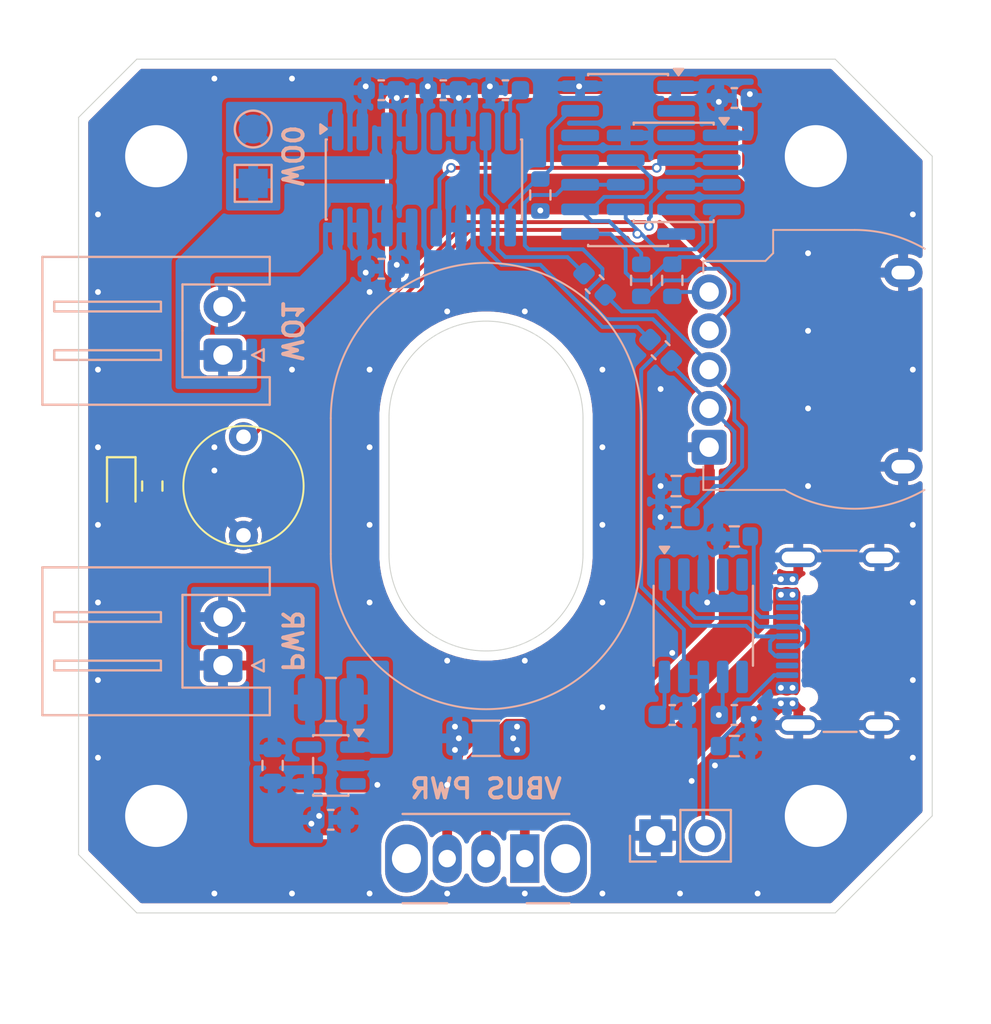
<source format=kicad_pcb>
(kicad_pcb (version 20241229) (generator "pcbnew") (generator_version "9.0")
  (layers (0 "F.Cu" signal) (2 "B.Cu" signal) (13 "F.Paste" user) (15 "B.Paste" user) (5 "F.SilkS" user "F.Silkscreen") (7 "B.SilkS" user "B.Silkscreen") (1 "F.Mask" user) (3 "B.Mask" user) (25 "Edge.Cuts" user))
  (net 0 "")
  (net 1 "GND")
  (net 2 "Net-(C2-Pad1)")
  (net 3 "Net-(C4-Pad1)")
  (net 4 "~{SD}")
  (net 5 "Net-(U3-VREF)")
  (net 6 "VCC")
  (net 7 "LED")
  (net 8 "AMP-OUT0+")
  (net 9 "AMP-OUT0-")
  (net 10 "AMP-OUT1+")
  (net 11 "AMP-OUT1-")
  (net 12 "UPDI")
  (net 14 "D-")
  (net 15 "Net-(J6-CC1)")
  (net 16 "D+")
  (net 18 "Net-(J6-CC2)")
  (net 19 "Net-(R1-Pad2)")
  (net 20 "AMP0")
  (net 21 "AMP1")
  (net 22 "MODE")
  (net 23 "WO0")
  (net 24 "WO1")
  (net 25 "BTN")
  (net 32 "Net-(U5-V3)")
  (net 34 "Net-(D1-A)")
  (net 35 "Net-(R2-Pad2)")
  (net 37 "+BATT")
  (net 38 "VBUS")
  (net 40 "+5V")
  (net 41 "Net-(U6-SW)")
  (footprint "MountingHole:MountingHole_3.2mm_M3_Pad" (layer "F.Cu") (at 83 117)
    (property "Reference" "H4" (hide yes))
    (property "Value" "MountingHole_Pad" (hide yes))
  )
  (footprint "Library:alps-skrg" (layer "F.Cu") (at 87.5 100 90)
    (property "Reference" "SW1" (hide yes))
    (property "Value" "SW_Push" (hide yes))
  )
  (footprint "MountingHole:MountingHole_3.2mm_M3_Pad" (layer "F.Cu") (at 117 83)
    (property "Reference" "H2" (hide yes))
    (property "Value" "MountingHole_Pad" (hide yes))
  )
  (footprint "LED_SMD:LED_0603_1608Metric" (layer "F.Cu") (at 81.2 100 -90)
    (property "Reference" "D1" (hide yes))
    (property "Value" "LED_Small" (hide yes))
  )
  (footprint "Library:PCB.MCBEERINGI.DEV_small" (layer "F.Cu") (at 82.4 109 180)
    (property "Reference" "")
    (property "Value" "")
  )
  (footprint "MountingHole:MountingHole_3.2mm_M3_Pad" (layer "F.Cu") (at 117 117)
    (property "Reference" "H3" (hide yes))
    (property "Value" "MountingHole_Pad" (hide yes))
  )
  (footprint "Resistor_SMD:R_0603_1608Metric" (layer "F.Cu") (at 82.8 100 -90)
    (property "Reference" "R16" (hide yes))
    (property "Value" "10k" (hide yes))
  )
  (footprint "Library:mcbeeringi_icon_10mm" (layer "F.Cu") (at 91.6 109 180)
    (property "Reference" "")
    (property "Value" "LOGO" (hide yes))
  )
  (footprint "MountingHole:MountingHole_3.2mm_M3_Pad" (layer "F.Cu") (at 83 83)
    (property "Reference" "H1" (hide yes))
    (property "Value" "MountingHole_Pad" (hide yes))
  )
  (footprint "Connector_USB:USB_C_Receptacle_GCT_USB4105-xx-A_16P_TopMnt_Horizontal" (layer "B.Cu") (at 119.2 108 -90)
    (property "Reference" "J6" (hide yes))
    (property "Value" "USB" (hide yes))
  )
  (footprint "Package_SO:SOIC-14_3.9x8.7mm_P1.27mm" (layer "B.Cu") (at 107.325 83.2 180)
    (property "Reference" "U2" (hide yes))
    (property "Value" "ATtiny1604-SS" (hide yes))
  )
  (footprint "Package_SO:SSOP-10-1EP_3.9x4.9mm_P1mm_EP2.1x3.3mm" (layer "B.Cu") (at 111.2 107.2 -90)
    (property "Reference" "U5" (hide yes))
    (property "Value" "CH340K" (hide yes))
  )
  (footprint "Capacitor_SMD:C_0603_1608Metric" (layer "B.Cu") (at 109.6 111.8 180)
    (property "Reference" "C5" (hide yes))
    (property "Value" "0u1" (hide yes))
  )
  (footprint "Library:alps-rk10j12e" (layer "B.Cu") (at 119 94 90)
    (property "Reference" "U4" (hide yes))
    (property "Value" "alps-rk10j12e")
  )
  (footprint "Resistor_SMD:R_0603_1608Metric" (layer "B.Cu") (at 108 89.4 -90)
    (property "Reference" "R1" (hide yes))
    (property "Value" "10k" (hide yes))
  )
  (footprint "Package_SO:SOIC-16_3.9x9.9mm_P1.27mm" (layer "B.Cu") (at 96.8 84.2 -90)
    (property "Reference" "U3" (hide yes))
    (property "Value" "PAM8406D" (hide yes))
  )
  (footprint "Connector_PinSocket_2.54mm:PinSocket_1x02_P2.54mm_Vertical" (layer "B.Cu") (at 108.75 118.025 -90)
    (property "Reference" "J4" (hide yes))
    (property "Value" "UPDI" (hide yes))
  )
  (footprint "Capacitor_SMD:C_0603_1608Metric" (layer "B.Cu") (at 101 79.6)
    (property "Reference" "C9" (hide yes))
    (property "Value" "1u-VREF" (hide yes))
  )
  (footprint "Capacitor_SMD:C_0603_1608Metric" (layer "B.Cu") (at 97.8 79.6)
    (property "Reference" "C10" (hide yes))
    (property "Value" "1u-PAM8406" (hide yes))
  )
  (footprint "Package_SO:SOIC-8_3.9x4.9mm_P1.27mm" (layer "B.Cu") (at 109.675 83.835 180)
    (property "Reference" "U1" (hide yes))
    (property "Value" "ATtiny402-SS" (hide yes))
  )
  (footprint "Capacitor_SMD:C_0603_1608Metric" (layer "B.Cu") (at 92 117.2)
    (property "Reference" "C7" (hide yes))
    (property "Value" "22u" (hide yes))
  )
  (footprint "Capacitor_SMD:C_1206_3216Metric" (layer "B.Cu") (at 100 113)
    (property "Reference" "C1" (hide yes))
    (property "Value" "100u" (hide yes))
  )
  (footprint "Capacitor_SMD:C_0603_1608Metric" (layer "B.Cu") (at 109 93 135)
    (property "Reference" "C4" (hide yes))
    (property "Value" "1u" (hide yes))
  )
  (footprint "Resistor_SMD:R_0603_1608Metric" (layer "B.Cu") (at 109.8 101.6)
    (property "Reference" "R3" (hide yes))
    (property "Value" "NC(2k2)" (hide yes))
  )
  (footprint "TestPoint:TestPoint_Pad_D1.5mm" (layer "B.Cu") (at 88 81.6 180)
    (property "Reference" "TP2" (hide yes))
    (property "Value" "TestPoint" (hide yes))
  )
  (footprint "TestPoint:TestPoint_Pad_1.5x1.5mm" (layer "B.Cu") (at 88 84.4 180)
    (property "Reference" "TP1" (hide yes))
    (property "Value" "TestPoint" (hide yes))
  )
  (footprint "Resistor_SMD:R_0603_1608Metric" (layer "B.Cu") (at 112.8 102.6 180)
    (property "Reference" "R15" (hide yes))
    (property "Value" "4k7" (hide yes))
  )
  (footprint "Capacitor_SMD:C_0603_1608Metric" (layer "B.Cu") (at 94.6 79.6)
    (property "Reference" "C11" (hide yes))
    (property "Value" "1u-PWR0" (hide yes))
  )
  (footprint "Capacitor_SMD:C_0603_1608Metric" (layer "B.Cu") (at 105.6 89.6 135)
    (property "Reference" "C2" (hide yes))
    (property "Value" "1u" (hide yes))
  )
  (footprint "Capacitor_SMD:C_0603_1608Metric" (layer "B.Cu") (at 94.6 88.8)
    (property "Reference" "C12" (hide yes))
    (property "Value" "1u-PWR1" (hide yes))
  )
  (footprint "Connector_JST:JST_XH_S2B-XH-A_1x02_P2.50mm_Horizontal" (layer "B.Cu") (at 86.445 109.25 90)
    (property "Reference" "J5" (hide yes))
    (property "Value" "PWR")
  )
  (footprint "Resistor_SMD:R_0603_1608Metric" (layer "B.Cu") (at 109.6 89.4 -90)
    (property "Reference" "R2" (hide yes))
    (property "Value" "10k" (hide yes))
  )
  (footprint "Resistor_SMD:R_0603_1608Metric" (layer "B.Cu") (at 102.8 85 90)
    (property "Reference" "R13" (hide yes))
    (property "Value" "10k" (hide yes))
  )
  (footprint "Button_Switch_THT:SW_Slide_SPDT_Angled_CK_OS102011MA1Q" (layer "B.Cu") (at 102 119.2 180)
    (property "Reference" "SW2" (hide yes))
    (property "Value" "SW_SPDT")
  )
  (footprint "Capacitor_SMD:C_0603_1608Metric" (layer "B.Cu") (at 112.8 80 180)
    (property "Reference" "C14" (hide yes))
    (property "Value" "4u7" (hide yes))
  )
  (footprint "Resistor_SMD:R_0603_1608Metric" (layer "B.Cu") (at 109.8 100 180)
    (property "Reference" "R4" (hide yes))
    (property "Value" "NC(2k2)" (hide yes))
  )
  (footprint "Connector_JST:JST_XH_S2B-XH-A_1x02_P2.50mm_Horizontal" (layer "B.Cu") (at 86.445 93.25 90)
    (property "Reference" "J2" (hide yes))
    (property "Value" "OUT1")
  )
  (footprint "Inductor_SMD:L_1008_2520Metric" (layer "B.Cu") (at 92 111)
    (property "Reference" "L1" (hide yes))
    (property "Value" "4u7" (hide yes))
  )
  (footprint "Resistor_SMD:R_0603_1608Metric" (layer "B.Cu") (at 112.8 113.4)
    (property "Reference" "R14" (hide yes))
    (property "Value" "4k7" (hide yes))
  )
  (footprint "Capacitor_SMD:C_0603_1608Metric" (layer "B.Cu") (at 112.8 111.8 180)
    (property "Reference" "C6" (hide yes))
    (property "Value" "0u1" (hide yes))
  )
  (footprint "Package_TO_SOT_SMD:SOT-23-5" (layer "B.Cu") (at 92 114.4 180)
    (property "Reference" "U6" (hide yes))
    (property "Value" "TPS613222ADBV" (hide yes))
  )
  (footprint "Resistor_SMD:R_0603_1608Metric" (layer "B.Cu") (at 89 114.4 90)
    (property "Reference" "JP2" (hide yes))
    (property "Value" "BYPASS" (hide yes))
  )
  (gr_arc (start 92 96.5) (mid 100 88.5) (end 108 96.5) (stroke (width 0.1)) (layer "B.SilkS"))
  (gr_line (start 108 96.5) (end 108 103.5) (stroke (width 0.1)) (layer "B.SilkS"))
  (gr_line (start 92 103.5) (end 92 96.5) (stroke (width 0.1)) (layer "B.SilkS"))
  (gr_arc (start 108 103.5) (mid 100 111.5) (end 92 103.5) (stroke (width 0.1)) (layer "B.SilkS"))
  (gr_arc (start 105 103.5) (mid 100 108.5) (end 95 103.5) (stroke (width 0.05)) (layer "Edge.Cuts"))
  (gr_line (start 95 103.5) (end 95 96.5) (stroke (width 0.05)) (layer "Edge.Cuts"))
  (gr_line (start 79 119) (end 82 122) (stroke (width 0.05)) (layer "Edge.Cuts"))
  (gr_line (start 105 96.5) (end 105 103.5) (stroke (width 0.05)) (layer "Edge.Cuts"))
  (gr_line (start 79 119) (end 79 81) (stroke (width 0.05)) (layer "Edge.Cuts"))
  (gr_arc (start 95 96.5) (mid 100 91.5) (end 105 96.5) (stroke (width 0.05)) (layer "Edge.Cuts"))
  (gr_line (start 118 122) (end 123 117) (stroke (width 0.05)) (layer "Edge.Cuts"))
  (gr_line (start 82 78) (end 118 78) (stroke (width 0.05)) (layer "Edge.Cuts"))
  (gr_line (start 123 83) (end 118 78) (stroke (width 0.05)) (layer "Edge.Cuts"))
  (gr_line (start 82 78) (end 79 81) (stroke (width 0.05)) (layer "Edge.Cuts"))
  (gr_line (start 123 83) (end 123 117) (stroke (width 0.05)) (layer "Edge.Cuts"))
  (gr_line (start 82 122) (end 118 122) (stroke (width 0.05)) (layer "Edge.Cuts"))
  (gr_text "WO1" (at 90 92 270) (layer "B.SilkS") (effects (font (size 1 1) (thickness 0.2) (bold yes)) (justify mirror)))
  (gr_text "PWR" (at 90 108 270) (layer "B.SilkS") (effects (font (size 1 1) (thickness 0.2) (bold yes)) (justify mirror)))
  (gr_text "VBUS PWR" (at 100 115.6 0) (layer "B.SilkS") (effects (font (size 1 1) (thickness 0.2) (bold yes)) (justify mirror)))
  (gr_text "WO0" (at 90 83 270) (layer "B.SilkS") (effects (font (size 1 1) (thickness 0.2) (bold yes)) (justify mirror)))
  (via (at 122 102) (size 0.5) (drill 0.3) (layers "F.Cu" "B.Cu") (net 1))
  (via (at 94 98) (size 0.5) (drill 0.3) (layers "F.Cu" "B.Cu") (net 1))
  (via (at 94.4 115.4) (size 0.5) (drill 0.3) (layers "F.Cu" "B.Cu") (net 1))
  (via (at 80 94) (size 0.5) (drill 0.3) (layers "F.Cu" "B.Cu") (net 1))
  (via (at 109.6 108.6) (size 0.5) (drill 0.3) (layers "F.Cu" "B.Cu") (net 1))
  (via (at 116.6 100) (size 0.5) (drill 0.3) (layers "F.Cu" "B.Cu") (net 1))
  (via (at 110 121) (size 0.5) (drill 0.3) (layers "F.Cu" "B.Cu") (net 1))
  (via (at 109 101.6) (size 0.5) (drill 0.3) (layers "F.Cu" "B.Cu") (net 1))
  (via (at 90 94) (size 0.5) (drill 0.3) (layers "F.Cu" "B.Cu") (net 1))
  (via (at 98 121) (size 0.5) (drill 0.3) (layers "F.Cu" "B.Cu") (net 1))
  (via (at 106 111.4) (size 0.5) (drill 0.3) (layers "F.Cu" "B.Cu") (net 1))
  (via (at 94 106) (size 0.5) (drill 0.3) (layers "F.Cu" "B.Cu") (net 1))
  (via (at 114 121) (size 0.5) (drill 0.3) (layers "F.Cu" "B.Cu") (net 1))
  (via (at 86 98) (size 0.5) (drill 0.3) (layers "F.Cu" "B.Cu") (net 1))
  (via (at 122 94) (size 0.5) (drill 0.3) (layers "F.Cu" "B.Cu") (net 1))
  (via (at 104.8 79.4) (size 0.5) (drill 0.3) (layers "F.Cu" "B.Cu") (net 1))
  (via (at 94 90) (size 0.5) (drill 0.3) (layers "F.Cu" "B.Cu") (net 1))
  (via (at 94 121) (size 0.5) (drill 0.3) (layers "F.Cu" "B.Cu") (net 1))
  (via (at 80 110) (size 0.5) (drill 0.3) (layers "F.Cu" "B.Cu") (net 1))
  (via (at 98.6 113) (size 0.5) (drill 0.3) (layers "F.Cu" "B.Cu") (net 1))
  (via (at 116.6 92) (size 0.5) (drill 0.3) (layers "F.Cu" "B.Cu") (net 1))
  (via (at 98 115.4) (size 0.5) (drill 0.3) (layers "F.Cu" "B.Cu") (net 1))
  (via (at 122 106) (size 0.5) (drill 0.3) (layers "F.Cu" "B.Cu") (net 1))
  (via (at 97 79.4) (size 0.5) (drill 0.3) (layers "F.Cu" "B.Cu") (net 1))
  (via (at 100.2 79.4) (size 0.5) (drill 0.3) (layers "F.Cu" "B.Cu") (net 1))
  (via (at 94 102) (size 0.5) (drill 0.3) (layers "F.Cu" "B.Cu") (net 1))
  (via (at 86 121) (size 0.5) (drill 0.3) (layers "F.Cu" "B.Cu") (net 1))
  (via (at 98.4 113.6) (size 0.5) (drill 0.3) (layers "F.Cu" "B.Cu") (net 1))
  (via (at 80 90) (size 0.5) (drill 0.3) (layers "F.Cu" "B.Cu") (net 1))
  (via (at 106 106) (size 0.5) (drill 0.3) (layers "F.Cu" "B.Cu") (net 1))
  (via (at 80 114) (size 0.5) (drill 0.3) (layers "F.Cu" "B.Cu") (net 1))
  (via (at 110.6 115.2) (size 0.5) (drill 0.3) (layers "F.Cu" "B.Cu") (net 1))
  (via (at 102 91) (size 0.5) (drill 0.3) (layers "F.Cu" "B.Cu") (net 1))
  (via (at 115.8 104.8) (size 0.5) (drill 0.3) (layers "F.Cu" "B.Cu") (net 1))
  (via (at 106 98) (size 0.5) (drill 0.3) (layers "F.Cu" "B.Cu") (net 1))
  (via (at 115.2 111.2) (size 0.5) (drill 0.3) (layers "F.Cu" "B.Cu") (net 1))
  (via (at 80 102) (size 0.5) (drill 0.3) (layers "F.Cu" "B.Cu") (net 1))
  (via (at 111.8 114.4) (size 0.5) (drill 0.3) (layers "F.Cu" "B.Cu") (net 1))
  (via (at 109 95) (size 0.5) (drill 0.3) (layers "F.Cu" "B.Cu") (net 1))
  (via (at 106 94) (size 0.5) (drill 0.3) (layers "F.Cu" "B.Cu") (net 1))
  (via (at 86 79) (size 0.5) (drill 0.3) (layers "F.Cu" "B.Cu") (net 1))
  (via (at 106 121) (size 0.5) (drill 0.3) (layers "F.Cu" "B.Cu") (net 1))
  (via (at 80 106) (size 0.5) (drill 0.3) (layers "F.Cu" "B.Cu") (net 1))
  (via (at 98.4 112.4) (size 0.5) (drill 0.3) (layers "F.Cu" "B.Cu") (net 1))
  (via (at 116.6 88) (size 0.5) (drill 0.3) (layers "F.Cu" "B.Cu") (net 1))
  (via (at 98 91) (size 0.5) (drill 0.3) (layers "F.Cu" "B.Cu") (net 1))
  (via (at 102 121) (size 0.5) (drill 0.3) (layers "F.Cu" "B.Cu") (net 1))
  (via (at 122 114) (size 0.5) (drill 0.3) (layers "F.Cu" "B.Cu") (net 1))
  (via (at 111.4 106) (size 0.5) (drill 0.3) (layers "F.Cu" "B.Cu") (net 1))
  (via (at 86 99.2) (size 0.5) (drill 0.3) (layers "F.Cu" "B.Cu") (net 1))
  (via (at 93.8 79.4) (size 0.5) (drill 0.3) (layers "F.Cu" "B.Cu") (net 1))
  (via (at 116.6 96) (size 0.5) (drill 0.3) (layers "F.Cu" "B.Cu") (net 1))
  (via (at 90 79) (size 0.5) (drill 0.3) (layers "F.Cu" "B.Cu") (net 1))
  (via (at 102 109) (size 0.5) (drill 0.3) (layers "F.Cu" "B.Cu") (net 1))
  (via (at 90 121) (size 0.5) (drill 0.3) (layers "F.Cu" "B.Cu") (net 1))
  (via (at 93.8 89) (size 0.5) (drill 0.3) (layers "F.Cu" "B.Cu") (net 1))
  (via (at 109 100) (size 0.5) (drill 0.3) (layers "F.Cu" "B.Cu") (net 1))
  (via (at 98 109) (size 0.5) (drill 0.3) (layers "F.Cu" "B.Cu") (net 1))
  (via (at 80 86) (size 0.5) (drill 0.3) (layers "F.Cu" "B.Cu") (net 1))
  (via (at 113.6 79.8) (size 0.5) (drill 0.3) (layers "F.Cu" "B.Cu") (net 1))
  (via (at 122 110) (size 0.5) (drill 0.3) (layers "F.Cu" "B.Cu") (net 1))
  (via (at 113.8 112) (size 0.5) (drill 0.3) (layers "F.Cu" "B.Cu") (net 1))
  (via (at 94 94) (size 0.5) (drill 0.3) (layers "F.Cu" "B.Cu") (net 1))
  (via (at 115.8 111.2) (size 0.5) (drill 0.3) (layers "F.Cu" "B.Cu") (net 1))
  (via (at 106 102) (size 0.5) (drill 0.3) (layers "F.Cu" "B.Cu") (net 1))
  (via (at 80 98) (size 0.5) (drill 0.3) (layers "F.Cu" "B.Cu") (net 1))
  (via (at 122 86) (size 0.5) (drill 0.3) (layers "F.Cu" "B.Cu") (net 1))
  (via (at 115.2 104.8) (size 0.5) (drill 0.3) (layers "F.Cu" "B.Cu") (net 1))
  (segment (start 111.5 93.7) (end 111.5 94) (width 0.2) (layer "F.Cu") (net 2))
  (segment (start 111.5 94.3) (end 112.8 95.6) (width 0.2) (layer "B.Cu") (net 2))
  (segment (start 112.8 96.6) (end 112.801 96.6) (width 0.2) (layer "B.Cu") (net 2))
  (segment (start 106.148008 90.148008) (end 107 91) (width 0.2) (layer "B.Cu") (net 2))
  (segment (start 107 91) (end 108.8 91) (width 0.2) (layer "B.Cu") (net 2))
  (segment (start 110.625 101.189064) (end 110.625 101.6) (width 0.2) (layer "B.Cu") (net 2))
  (segment (start 112.801 96.6) (end 113.201 97) (width 0.2) (layer "B.Cu") (net 2))
  (segment (start 113.201 98.999) (end 112.2 100) (width 0.2) (layer "B.Cu") (net 2))
  (segment (start 111.8 100.014064) (end 110.625 101.189064) (width 0.2) (layer "B.Cu") (net 2))
  (segment (start 112.2 100) (end 111.8 100) (width 0.2) (layer "B.Cu") (net 2))
  (segment (start 111.5 94) (end 111.5 94.3) (width 0.2) (layer "B.Cu") (net 2))
  (segment (start 111.8 100) (end 111.8 100.014064) (width 0.2) (layer "B.Cu") (net 2))
  (segment (start 108.8 91) (end 111.5 93.7) (width 0.2) (layer "B.Cu") (net 2))
  (segment (start 113.201 97) (end 113.201 98.999) (width 0.2) (layer "B.Cu") (net 2))
  (segment (start 112.8 95.6) (end 112.8 96.6) (width 0.2) (layer "B.Cu") (net 2))
  (segment (start 111.5 93.7) (end 111.5 94) (width 0.2) (layer "B.Cu") (net 2))
  (segment (start 112 99.6) (end 111.025 99.6) (width 0.2) (layer "B.Cu") (net 3))
  (segment (start 111.6 96) (end 112.8 97.2) (width 0.2) (layer "B.Cu") (net 3))
  (segment (start 111.5 95.7) (end 111.5 96) (width 0.2) (layer "B.Cu") (net 3))
  (segment (start 111.025 99.6) (end 110.625 100) (width 0.2) (layer "B.Cu") (net 3))
  (segment (start 112.8 97.2) (end 112.8 98.8) (width 0.2) (layer "B.Cu") (net 3))
  (segment (start 109.548008 93.548008) (end 109.548008 93.748008) (width 0.2) (layer "B.Cu") (net 3))
  (segment (start 112.8 98.8) (end 112 99.6) (width 0.2) (layer "B.Cu") (net 3))
  (segment (start 111.5 96) (end 111.6 96) (width 0.2) (layer "B.Cu") (net 3))
  (segment (start 109.548008 93.748008) (end 111.5 95.7) (width 0.2) (layer "B.Cu") (net 3))
  (segment (start 108.8 83.6) (end 98.2 83.6) (width 0.2) (layer "F.Cu") (net 4))
  (via (at 108.8 83.6) (size 0.5) (drill 0.3) (layers "F.Cu" "B.Cu") (net 4))
  (via (at 98.2 83.6) (size 0.5) (drill 0.3) (layers "F.Cu" "B.Cu") (net 4))
  (segment (start 97.6 86.51) (end 97.435 86.675) (width 0.2) (layer "B.Cu") (net 4))
  (segment (start 97.6 84.2) (end 97.6 86.51) (width 0.2) (layer "B.Cu") (net 4))
  (segment (start 108.8 83.6) (end 109.2 83.2) (width 0.2) (layer "B.Cu") (net 4))
  (segment (start 112.15 83.2) (end 109.8 83.2) (width 0.2) (layer "B.Cu") (net 4))
  (segment (start 98.2 83.6) (end 97.6 84.2) (width 0.2) (layer "B.Cu") (net 4))
  (segment (start 109.2 83.2) (end 109.8 83.2) (width 0.2) (layer "B.Cu") (net 4))
  (segment (start 101.245 81.725) (end 101.245 80.13) (width 0.2) (layer "B.Cu") (net 5))
  (segment (start 101.245 80.13) (end 101.775 79.6) (width 0.2) (layer "B.Cu") (net 5))
  (via (at 101.4 113) (size 0.5) (drill 0.3) (layers "F.Cu" "B.Cu") (net 6))
  (via (at 102.8 85.8) (size 0.5) (drill 0.3) (layers "F.Cu" "B.Cu") (net 6))
  (via (at 95.4 88.6) (size 0.5) (drill 0.3) (layers "F.Cu" "B.Cu") (net 6))
  (via (at 101.6 112.4) (size 0.5) (drill 0.3) (layers "F.Cu" "B.Cu") (net 6))
  (via (at 95.4 80) (size 0.5) (drill 0.3) (layers "F.Cu" "B.Cu") (net 6))
  (via (at 101.6 113.6) (size 0.5) (drill 0.3) (layers "F.Cu" "B.Cu") (net 6))
  (via (at 112 80.2) (size 0.5) (drill 0.3) (layers "F.Cu" "B.Cu") (net 6))
  (via (at 98.6 80) (size 0.5) (drill 0.3) (layers "F.Cu" "B.Cu") (net 6))
  (segment (start 88 98.6) (end 83.375 98.6) (width 0.2) (layer "F.Cu") (net 7))
  (segment (start 88.6 98) (end 88 98.6) (width 0.2) (layer "F.Cu") (net 7))
  (segment (start 107.8 87) (end 107.6 86.8) (width 0.2) (layer "F.Cu") (net 7))
  (segment (start 107.6 86.8) (end 99.2 86.8) (width 0.2) (layer "F.Cu") (net 7))
  (segment (start 88.6 97.4) (end 88.6 98) (width 0.2) (layer "F.Cu") (net 7))
  (segment (start 83.375 98.6) (end 82.8 99.175) (width 0.2) (layer "F.Cu") (net 7))
  (segment (start 99.2 86.8) (end 88.6 97.4) (width 0.2) (layer "F.Cu") (net 7))
  (via (at 107.8 87) (size 0.5) (drill 0.3) (layers "F.Cu" "B.Cu") (net 7))
  (segment (start 107.2 86.2) (end 107.2 85.74) (width 0.2) (layer "B.Cu") (net 7))
  (segment (start 107.8 86.8) (end 107.2 86.2) (width 0.2) (layer "B.Cu") (net 7))
  (segment (start 111.2 87.4) (end 111.2 86.603484) (width 0.2) (layer "B.Cu") (net 7))
  (segment (start 107.8 87) (end 107.8 86.8) (width 0.2) (layer "B.Cu") (net 7))
  (segment (start 110.336516 85.74) (end 109.8 85.74) (width 0.2) (layer "B.Cu") (net 7))
  (segment (start 108 87) (end 108.8 87.8) (width 0.2) (layer "B.Cu") (net 7))
  (segment (start 107.8 87) (end 108 87) (width 0.2) (layer "B.Cu") (net 7))
  (segment (start 110.8 87.8) (end 111.2 87.4) (width 0.2) (layer "B.Cu") (net 7))
  (segment (start 111.2 86.603484) (end 110.336516 85.74) (width 0.2) (layer "B.Cu") (net 7))
  (segment (start 108.8 87.8) (end 110.8 87.8) (width 0.2) (layer "B.Cu") (net 7))
  (segment (start 105.2 90) (end 105.2 90.4) (width 0.2) (layer "B.Cu") (net 12))
  (segment (start 108 105.2) (end 110.2 107.4) (width 0.2) (layer "B.Cu") (net 12))
  (segment (start 106 88.8) (end 106 89.2) (width 0.2) (layer "B.Cu") (net 12))
  (segment (start 110.2 109.8375) (end 111.2 109.8375) (width 0.2) (layer "B.Cu") (net 12))
  (segment (start 104.13 84.47) (end 103.6 85) (width 0.2) (layer "B.Cu") (net 12))
  (segment (start 102 85.4) (end 102 87.6) (width 0.2) (layer "B.Cu") (net 12))
  (segment (start 102.199 87.799) (end 104.3661 87.799) (width 0.2) (layer "B.Cu") (net 12))
  (segment (start 105.2 90.4) (end 106.2 91.4) (width 0.2) (layer "B.Cu") (net 12))
  (segment (start 109.4 92.6) (end 108 94) (width 0.2) (layer "B.Cu") (net 12))
  (segment (start 103.6 85) (end 102.4 85) (width 0.2) (layer "B.Cu") (net 12))
  (segment (start 106.2 91.4) (end 108.6 91.4) (width 0.2) (layer "B.Cu") (net 12))
  (segment (start 104.3661 87.799) (end 104.3671 87.8) (width 0.2) (layer "B.Cu") (net 12))
  (segment (start 106 89.2) (end 105.2 90) (width 0.2) (layer "B.Cu") (net 12))
  (segment (start 102 87.6) (end 102.199 87.799) (width 0.2) (layer "B.Cu") (net 12))
  (segment (start 110.2 107.4) (end 110.2 109.8375) (width 0.2) (layer "B.Cu") (net 12))
  (segment (start 108 94) (end 108 105.2) (width 0.2) (layer "B.Cu") (net 12))
  (segment (start 111.225 118.025) (end 111.29 118.025) (width 0.2) (layer "B.Cu") (net 12))
  (segment (start 109.4 92.2) (end 109.4 92.6) (width 0.2) (layer "B.Cu") (net 12))
  (segment (start 104.85 84.47) (end 107.2 84.47) (width 0.2) (layer "B.Cu") (net 12))
  (segment (start 105 87.8) (end 106 88.8) (width 0.2) (layer "B.Cu") (net 12))
  (segment (start 111.2 109.8375) (end 111.2 118) (width 0.2) (layer "B.Cu") (net 12))
  (segment (start 104.3671 87.8) (end 105 87.8) (width 0.2) (layer "B.Cu") (net 12))
  (segment (start 111.2 118) (end 111.225 118.025) (width 0.2) (layer "B.Cu") (net 12))
  (segment (start 104.85 84.47) (end 104.13 84.47) (width 0.2) (layer "B.Cu") (net 12))
  (segment (start 102.4 85) (end 102 85.4) (width 0.2) (layer "B.Cu") (net 12))
  (segment (start 108.6 91.4) (end 109.4 92.2) (width 0.2) (layer "B.Cu") (net 12))
  (segment (start 116.128824 108.25) (end 115.52 108.25) (width 0.2) (layer "B.Cu") (net 14))
  (segment (start 116.128824 107.25) (end 116.396 107.517176) (width 0.2) (layer "B.Cu") (net 14))
  (segment (start 114.05 107.25) (end 115.52 107.25) (width 0.2) (layer "B.Cu") (net 14))
  (segment (start 115.52 107.25) (end 116.128824 107.25) (width 0.2) (layer "B.Cu") (net 14))
  (segment (start 116.396 107.982824) (end 116.128824 108.25) (width 0.2) (layer "B.Cu") (net 14))
  (segment (start 113.6 106.8) (end 114.05 107.25) (width 0.2) (layer "B.Cu") (net 14))
  (segment (start 110.8 106.8) (end 113.6 106.8) (width 0.2) (layer "B.Cu") (net 14))
  (segment (start 110.2 104.5625) (end 110.2 106.2) (width 0.2) (layer "B.Cu") (net 14))
  (segment (start 110.2 106.2) (end 110.8 106.8) (width 0.2) (layer "B.Cu") (net 14))
  (segment (start 116.396 107.517176) (end 116.396 107.982824) (width 0.2) (layer "B.Cu") (net 14))
  (segment (start 114.15 106.75) (end 113.8 106.4) (width 0.2) (layer "B.Cu") (net 15))
  (segment (start 113.8 106.4) (end 113.8 102.775) (width 0.2) (layer "B.Cu") (net 15))
  (segment (start 113.8 102.775) (end 113.625 102.6) (width 0.2) (layer "B.Cu") (net 15))
  (segment (start 115.52 106.75) (end 114.15 106.75) (width 0.2) (layer "B.Cu") (net 15))
  (segment (start 114.911176 108.75) (end 115.52 108.75) (width 0.2) (layer "B.Cu") (net 16))
  (segment (start 114.644 108.482824) (end 114.644 108.017176) (width 0.2) (layer "B.Cu") (net 16))
  (segment (start 109.2 105.8) (end 109.2 104.5625) (width 0.2) (layer "B.Cu") (net 16))
  (segment (start 113.95 107.75) (end 113.4 107.2) (width 0.2) (layer "B.Cu") (net 16))
  (segment (start 110.6 107.2) (end 109.2 105.8) (width 0.2) (layer "B.Cu") (net 16))
  (segment (start 114.644 108.482824) (end 114.911176 108.75) (width 0.2) (layer "B.Cu") (net 16))
  (segment (start 115.52 107.75) (end 114.911176 107.75) (width 0.2) (layer "B.Cu") (net 16))
  (segment (start 113.4 107.2) (end 110.6 107.2) (width 0.2) (layer "B.Cu") (net 16))
  (segment (start 114.911176 107.75) (end 114.644 108.017176) (width 0.2) (layer "B.Cu") (net 16))
  (segment (start 115.52 107.75) (end 113.95 107.75) (width 0.2) (layer "B.Cu") (net 16))
  (segment (start 111.975 113.4) (end 111.975 113.225) (width 0.2) (layer "B.Cu") (net 18))
  (segment (start 114.85 109.75) (end 115.52 109.75) (width 0.2) (layer "B.Cu") (net 18))
  (segment (start 112.8 112.4) (end 112.8 111.2) (width 0.2) (layer "B.Cu") (net 18))
  (segment (start 112.8 111.2) (end 113 111) (width 0.2) (layer "B.Cu") (net 18))
  (segment (start 113 111) (end 113.6 111) (width 0.2) (layer "B.Cu") (net 18))
  (segment (start 113.6 111) (end 114.85 109.75) (width 0.2) (layer "B.Cu") (net 18))
  (segment (start 111.975 113.225) (end 112.8 112.4) (width 0.2) (layer "B.Cu") (net 18))
  (segment (start 109.199 89.401) (end 110.399 89.401) (width 0.2) (layer "B.Cu") (net 19))
  (segment (start 110.399 89.401) (end 111 88.8) (width 0.2) (layer "B.Cu") (net 19))
  (segment (start 112 88.8) (end 112.8 89.6) (width 0.2) (layer "B.Cu") (net 19))
  (segment (start 108 90.225) (end 108.375 90.225) (width 0.2) (layer "B.Cu") (net 19))
  (segment (start 112.8 90.4) (end 111.5 91.7) (width 0.2) (layer "B.Cu") (net 19))
  (segment (start 111.5 91.7) (end 111.5 92) (width 0.2) (layer "B.Cu") (net 19))
  (segment (start 112.8 89.6) (end 112.8 90.4) (width 0.2) (layer "B.Cu") (net 19))
  (segment (start 111 88.8) (end 112 88.8) (width 0.2) (layer "B.Cu") (net 19))
  (segment (start 108.375 90.225) (end 109.199 89.401) (width 0.2) (layer "B.Cu") (net 19))
  (segment (start 101 88.2) (end 104.2 88.2) (width 0.2) (layer "B.Cu") (net 20))
  (segment (start 100.6 85.6) (end 100.6 87.8) (width 0.2) (layer "B.Cu") (net 20))
  (segment (start 99.975 81.725) (end 99.975 84.975) (width 0.2) (layer "B.Cu") (net 20))
  (segment (start 104.2 88.2) (end 105.051992 89.051992) (width 0.2) (layer "B.Cu") (net 20))
  (segment (start 99.975 84.975) (end 100.6 85.6) (width 0.2) (layer "B.Cu") (net 20))
  (segment (start 100.6 87.8) (end 101 88.2) (width 0.2) (layer "B.Cu") (net 20))
  (segment (start 100 87.8) (end 100 86.7) (width 0.2) (layer "B.Cu") (net 21))
  (segment (start 100.8 88.6) (end 100 87.8) (width 0.2) (layer "B.Cu") (net 21))
  (segment (start 106 91.8) (end 102.8 88.6) (width 0.2) (layer "B.Cu") (net 21))
  (segment (start 107.8 91.8) (end 106 91.8) (width 0.2) (layer "B.Cu") (net 21))
  (segment (start 108.451992 92.451992) (end 107.8 91.8) (width 0.2) (layer "B.Cu") (net 21))
  (segment (start 100 86.7) (end 99.975 86.675) (width 0.2) (layer "B.Cu") (net 21))
  (segment (start 102.8 88.6) (end 100.8 88.6) (width 0.2) (layer "B.Cu") (net 21))
  (segment (start 101.245 85.555) (end 102.625 84.175) (width 0.2) (layer "B.Cu") (net 22))
  (segment (start 104.34 80.66) (end 103.4 81.6) (width 0.2) (layer "B.Cu") (net 22))
  (segment (start 101.245 86.675) (end 101.245 85.555) (width 0.2) (layer "B.Cu") (net 22))
  (segment (start 104.85 80.66) (end 104.34 80.66) (width 0.2) (layer "B.Cu") (net 22))
  (segment (start 103.4 83.6) (end 102.825 84.175) (width 0.2) (layer "B.Cu") (net 22))
  (segment (start 102.825 84.175) (end 102.8 84.175) (width 0.2) (layer "B.Cu") (net 22))
  (segment (start 103.4 81.6) (end 103.4 83.6) (width 0.2) (layer "B.Cu") (net 22))
  (segment (start 102.625 84.175) (end 102.8 84.175) (width 0.2) (layer "B.Cu") (net 22))
  (segment (start 107.2 83.2) (end 107.6 83.2) (width 0.2) (layer "B.Cu") (net 23))
  (segment (start 108.5 84.8) (end 108.2 85.1) (width 0.2) (layer "B.Cu") (net 23))
  (segment (start 105.451 86.341) (end 106.341 86.341) (width 0.2) (layer "B.Cu") (net 23))
  (segment (start 105.455 85.74) (end 104.85 85.74) (width 0.2) (layer "B.Cu") (net 23))
  (segment (start 108.2 85.1) (end 106.095 85.1) (width 0.2) (layer "B.Cu") (net 23))
  (segment (start 106.095 85.1) (end 105.455 85.74) (width 0.2) (layer "B.Cu") (net 23))
  (segment (start 108.5 84.1) (end 108.5 84.8) (width 0.2) (layer "B.Cu") (net 23))
  (segment (start 107.6 83.2) (end 108.5 84.1) (width 0.2) (layer "B.Cu") (net 23))
  (segment (start 104.85 85.74) (end 105.451 86.341) (width 0.2) (layer "B.Cu") (net 23))
  (segment (start 106.341 86.341) (end 108 88) (width 0.2) (layer "B.Cu") (net 23))
  (segment (start 108 88) (end 108 88.575) (width 0.2) (layer "B.Cu") (net 23))
  (segment (start 105.34 85.74) (end 104.85 85.74) (width 0.2) (layer "B.Cu") (net 23))
  (segment (start 112.06 85.74) (end 112.15 85.74) (width 0.2) (layer "B.Cu") (net 24))
  (segment (start 109.6 88.575) (end 109.975 88.2) (width 0.2) (layer "B.Cu") (net 24))
  (segment (start 107.2 87.8) (end 107.2 89) (width 0.2) (layer "B.Cu") (net 24))
  (segment (start 108.4 89.4) (end 109.225 88.575) (width 0.2) (layer "B.Cu") (net 24))
  (segment (start 104.85 87.01) (end 106.41 87.01) (width 0.2) (layer "B.Cu") (net 24))
  (segment (start 111.6 86.2) (end 112.06 85.74) (width 0.2) (layer "B.Cu") (net 24))
  (segment (start 111.6 87.6) (end 111.6 86.2) (width 0.2) (layer "B.Cu") (net 24))
  (segment (start 109.975 88.2) (end 111 88.2) (width 0.2) (layer "B.Cu") (net 24))
  (segment (start 106.41 87.01) (end 107.2 87.8) (width 0.2) (layer "B.Cu") (net 24))
  (segment (start 111 88.2) (end 111.6 87.6) (width 0.2) (layer "B.Cu") (net 24))
  (segment (start 109.225 88.575) (end 109.6 88.575) (width 0.2) (layer "B.Cu") (net 24))
  (segment (start 107.6 89.4) (end 108.4 89.4) (width 0.2) (layer "B.Cu") (net 24))
  (segment (start 107.2 89) (end 107.6 89.4) (width 0.2) (layer "B.Cu") (net 24))
  (segment (start 108.4 86.6) (end 108.2 86.4) (width 0.2) (layer "F.Cu") (net 25))
  (segment (start 105.8 86.4) (end 99 86.4) (width 0.2) (layer "F.Cu") (net 25))
  (segment (start 105.8 86.4) (end 105.6 86.4) (width 0.2) (layer "F.Cu") (net 25))
  (segment (start 99 86.4) (end 87.94 97.46) (width 0.2) (layer "F.Cu") (net 25))
  (segment (start 87.94 97.46) (end 87.5 97.46) (width 0.2) (layer "F.Cu") (net 25))
  (segment (start 108.2 86.4) (end 105.8 86.4) (width 0.2) (layer "F.Cu") (net 25))
  (via (at 108.4 86.6) (size 0.5) (drill 0.3) (layers "F.Cu" "B.Cu") (net 25))
  (segment (start 108.4 86.2) (end 108.5 86.1) (width 0.2) (layer "B.Cu") (net 25))
  (segment (start 108.4 86.6) (end 108.4 86.2) (width 0.2) (layer "B.Cu") (net 25))
  (segment (start 108.5 85.4) (end 109.43 84.47) (width 0.2) (layer "B.Cu") (net 25))
  (segment (start 109.43 84.47) (end 109.8 84.47) (width 0.2) (layer "B.Cu") (net 25))
  (segment (start 109.8 84.47) (end 112.15 84.47) (width 0.2) (layer "B.Cu") (net 25))
  (segment (start 108.5 86.1) (end 108.5 85.4) (width 0.2) (layer "B.Cu") (net 25))
  (segment (start 108.825 111.8) (end 108.825 111.775) (width 0.2) (layer "B.Cu") (net 32))
  (segment (start 108.825 111.775) (end 109.2 111.4) (width 0.2) (layer "B.Cu") (net 32))
  (segment (start 109.2 111.4) (end 109.2 109.8375) (width 0.2) (layer "B.Cu") (net 32))
  (segment (start 81.2 100.7875) (end 81.2125 100.8) (width 0.2) (layer "F.Cu") (net 34))
  (segment (start 82.775 100.8) (end 82.8 100.825) (width 0.2) (layer "F.Cu") (net 34))
  (segment (start 81.2125 100.8) (end 82.775 100.8) (width 0.2) (layer "F.Cu") (net 34))
  (segment (start 109.825 90) (end 111.5 90) (width 0.2) (layer "B.Cu") (net 35))
  (segment (start 109.6 90.225) (end 109.825 90) (width 0.2) (layer "B.Cu") (net 35))
  (via (at 115.8 105.6) (size 0.5) (drill 0.3) (layers "F.Cu" "B.Cu") (net 38))
  (via (at 115.2 110.4) (size 0.5) (drill 0.3) (layers "F.Cu" "B.Cu") (net 38))
  (via (at 115.8 110.4) (size 0.5) (drill 0.3) (layers "F.Cu" "B.Cu") (net 38))
  (via (at 115.2 105.6) (size 0.5) (drill 0.3) (layers "F.Cu" "B.Cu") (net 38))
  (via (at 112 111.8) (size 0.5) (drill 0.3) (layers "F.Cu" "B.Cu") (net 38))
  (segment (start 112.2 111.6) (end 112.2 109.8375) (width 0.2) (layer "B.Cu") (net 38))
  (segment (start 112 111.8) (end 112.2 111.6) (width 0.2) (layer "B.Cu") (net 38))
  (via (at 91.4 117) (size 0.5) (drill 0.3) (layers "F.Cu" "B.Cu") (net 40))
  (via (at 91 117.4) (size 0.5) (drill 0.3) (layers "F.Cu" "B.Cu") (net 40))
  (zone (net 6) (net_name "VCC") (layer "F.Cu") (priority 1) (connect_pads (clearance 0.2)) (min_thickness 0.25) (fill yes (thermal_gap 0.2) (thermal_bridge_width 0.5))
    (polygon (pts (xy 95 80) (xy 95 89) (xy 96 89) (xy 99 86) (xy 109 86) (xy 112 89) (xy 112 98) (xy 112 107) (xy 107 112) (xy 101 112) (xy 99 114) (xy 99 120) (xy 101 120) (xy 101 116) (xy 103 114) (xy 108 114) (xy 114.8 107.2) (xy 114.8 101.2) (xy 116 100) (xy 116 87) (xy 113 84) (xy 113 80)))
  )
  (zone (net 38) (net_name "VBUS") (layer "F.Cu") (priority 2) (connect_pads (clearance 0.2)) (min_thickness 0.25) (fill yes (thermal_gap 0.2) (thermal_bridge_width 0.5))
    (polygon (pts (xy 101.2 116) (xy 103 114) (xy 108 114) (xy 114.8 107.2) (xy 114.8 105.2) (xy 116.2 105.2) (xy 116.2 110.8) (xy 114.2 110.8) (xy 109 116) (xy 105 116) (xy 103 118) (xy 103 120) (xy 101.2 120)))
  )
  (zone (net 40) (net_name "+5V") (layer "F.Cu") (priority 2) (connect_pads (clearance 0.2)) (min_thickness 0.25) (fill yes (thermal_gap 0.2) (thermal_bridge_width 0.5))
    (polygon (pts (xy 98.8 120) (xy 97 120) (xy 97 118) (xy 90 118) (xy 90 116) (xy 98.8 116)))
  )
  (zone (net 1) (net_name "GND") (layers "F.Cu" "B.Cu") (connect_pads (clearance 0.2)) (min_thickness 0.25) (fill yes (thermal_gap 0.2) (thermal_bridge_width 0.5))
    (polygon (pts (xy 78.5 77.5) (xy 123.5 77.5) (xy 123.5 122.5) (xy 78.5 122.5)))
  )
  (zone (net 8) (net_name "AMP-OUT0+") (layer "B.Cu") (priority 1) (connect_pads (clearance 0.2)) (min_thickness 0.25) (fill yes (thermal_gap 0.2) (thermal_bridge_width 0.5))
    (polygon (pts (xy 92.6 80.2) (xy 92.6 83) (xy 86.6 83) (xy 86.6 80.2)))
  )
  (zone (net 40) (net_name "+5V") (layer "B.Cu") (priority 2) (connect_pads (clearance 0.2)) (min_thickness 0.25) (fill yes (thermal_gap 0.2) (thermal_bridge_width 0.5))
    (polygon (pts (xy 88 114.4) (xy 91.6 114.4) (xy 91.6 118.4) (xy 88 118.4)))
  )
  (zone (net 6) (net_name "VCC") (layer "B.Cu") (priority 8) (connect_pads (clearance 0.2)) (min_thickness 0.25) (fill yes (thermal_gap 0.2) (thermal_bridge_width 0.5))
    (polygon (pts (xy 109.4 79) (xy 109.4 81) (xy 111 81) (xy 111 82.2) (xy 113.8 82.2) (xy 113.8 79)))
  )
  (zone (net 6) (net_name "VCC") (layer "B.Cu") (priority 1) (connect_pads (clearance 0.2)) (min_thickness 0.25) (fill yes (thermal_gap 0.2) (thermal_bridge_width 0.5))
    (polygon (pts (xy 94.4 79.2) (xy 94.4 82) (xy 96.4 82) (xy 96.4 79.2)))
  )
  (zone (net 11) (net_name "AMP-OUT1-") (layer "B.Cu") (priority 1) (connect_pads (clearance 0.2)) (min_thickness 0.25) (fill yes (thermal_gap 0.2) (thermal_bridge_width 0.5))
    (polygon (pts (xy 95.2 84.2) (xy 95.2 87) (xy 94 87) (xy 94 85.4) (xy 92 85.4) (xy 92 88.4) (xy 88.2 92.2) (xy 88.2 95) (xy 84 95) (xy 84 88.4) (xy 86.6 85.8) (xy 89.4 84.2)))
  )
  (zone (net 6) (net_name "VCC") (layer "B.Cu") (priority 1) (connect_pads (clearance 0.2)) (min_thickness 0.25) (fill yes (thermal_gap 0.2) (thermal_bridge_width 0.5))
    (polygon (pts (xy 95 86.4) (xy 95 89.8) (xy 96.6 89.8) (xy 96.6 86.4)))
  )
  (zone (net 10) (net_name "AMP-OUT1+") (layer "B.Cu") (priority 2) (connect_pads (clearance 0.2)) (min_thickness 0.25) (fill yes (thermal_gap 0.2) (thermal_bridge_width 0.5))
    (polygon (pts (xy 90 92.2) (xy 92.8 89.4) (xy 92.8 86.4) (xy 91.6 86.4) (xy 91.6 88) (xy 90.4 89.2) (xy 86 89.2) (xy 86 92.2)))
  )
  (zone (net 41) (net_name "Net-(U6-SW)") (layer "B.Cu") (priority 1) (connect_pads (clearance 0.2)) (min_thickness 0.25) (fill yes (thermal_gap 0.2) (thermal_bridge_width 0.5))
    (polygon (pts (xy 92.8 113.8) (xy 92.8 109) (xy 95 109) (xy 95 113.8)))
  )
  (zone (net 6) (net_name "VCC") (layer "B.Cu") (priority 1) (connect_pads (clearance 0.2)) (min_thickness 0.25) (fill yes (thermal_gap 0.2) (thermal_bridge_width 0.5))
    (polygon (pts (xy 97.6 79.2) (xy 97.6 82) (xy 99.6 82) (xy 99.6 79.2)))
  )
  (zone (net 9) (net_name "AMP-OUT0-") (layer "B.Cu") (priority 2) (connect_pads (clearance 0.2)) (min_thickness 0.25) (fill yes (thermal_gap 0.2) (thermal_bridge_width 0.5))
    (polygon (pts (xy 94 83) (xy 94 81.4) (xy 95.2 81.4) (xy 95.2 84.2) (xy 89.4 84.2) (xy 89.4 85.8) (xy 86.6 85.8) (xy 86.6 83)))
  )
  (zone (net 37) (net_name "+BATT") (layer "B.Cu") (priority 1) (connect_pads (clearance 0.2)) (min_thickness 0.25) (fill yes (thermal_gap 0.2) (thermal_bridge_width 0.5))
    (polygon (pts (xy 84.8 108.2) (xy 84.8 105.2) (xy 91.2 105.2) (xy 91.2 114.4) (xy 88 114.4) (xy 88 108.2)))
  )
)
</source>
